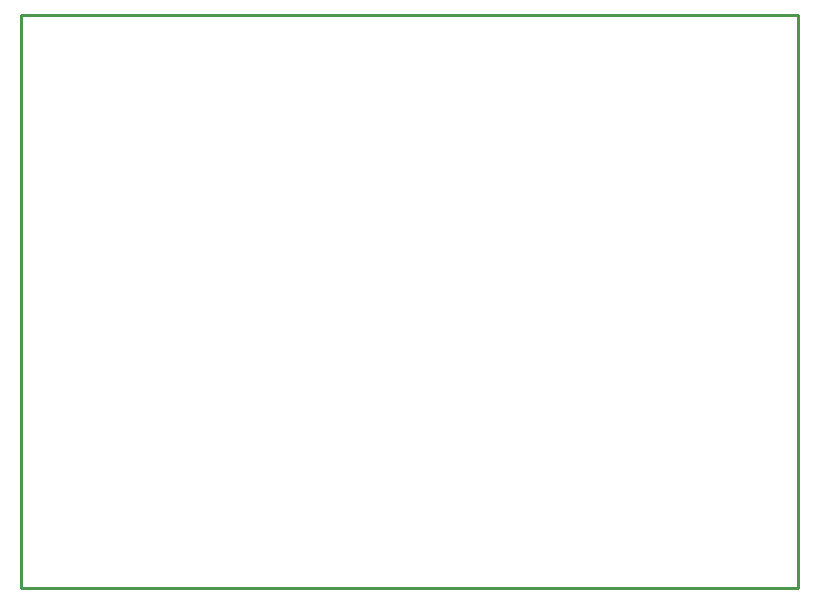
<source format=gko>
G04 ================== begin FILE IDENTIFICATION RECORD ==================*
G04 Layout Name:  M:/TDP4/Data Logger Full/allegro/datalogger.brd*
G04 Film Name:    datalogger.GKO*
G04 File Format:  Gerber RS274X*
G04 File Origin:  Cadence Allegro 17.2-S055*
G04 Origin Date:  Mon Mar 22 02:40:34 2021*
G04 *
G04 Layer:  BOARD GEOMETRY/DESIGN_OUTLINE*
G04 *
G04 Offset:    (0.00 0.00)*
G04 Mirror:    No*
G04 Mode:      Positive*
G04 Rotation:  0*
G04 FullContactRelief:  No*
G04 UndefLineWidth:     10.00*
G04 ================== end FILE IDENTIFICATION RECORD ====================*
%FSLAX25Y25*MOIN*%
%IR0*IPPOS*OFA0.00000B0.00000*MIA0B0*SFA1.00000B1.00000*%
%ADD10C,.01*%
G75*
%LPD*%
G75*
G54D10*
G01X-140000Y-100900D02*
X119000D01*
Y90000D01*
X-140000D01*
Y-100900D01*
M02*

</source>
